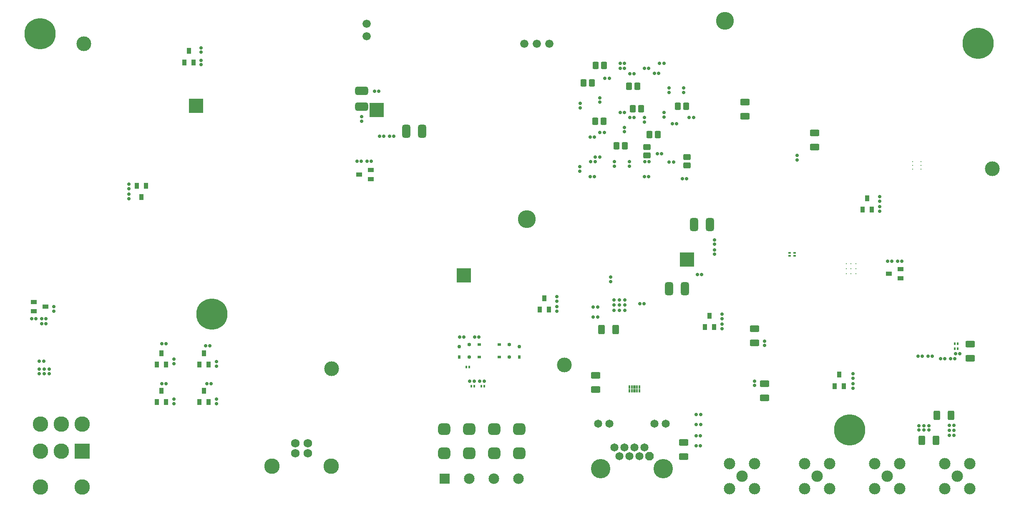
<source format=gbr>
%TF.GenerationSoftware,Altium Limited,Altium Designer,23.11.1 (41)*%
G04 Layer_Color=16711935*
%FSLAX45Y45*%
%MOMM*%
%TF.SameCoordinates,5B37CA9A-06B1-4671-AC7C-9F047A950D05*%
%TF.FilePolarity,Negative*%
%TF.FileFunction,Soldermask,Bot*%
%TF.Part,Single*%
G01*
G75*
%TA.AperFunction,SMDPad,CuDef*%
G04:AMPARAMS|DCode=161|XSize=2.627mm|YSize=1.627mm|CornerRadius=0.3635mm|HoleSize=0mm|Usage=FLASHONLY|Rotation=90.000|XOffset=0mm|YOffset=0mm|HoleType=Round|Shape=RoundedRectangle|*
%AMROUNDEDRECTD161*
21,1,2.62700,0.90000,0,0,90.0*
21,1,1.90000,1.62700,0,0,90.0*
1,1,0.72700,0.45000,0.95000*
1,1,0.72700,0.45000,-0.95000*
1,1,0.72700,-0.45000,-0.95000*
1,1,0.72700,-0.45000,0.95000*
%
%ADD161ROUNDEDRECTD161*%
G04:AMPARAMS|DCode=162|XSize=1.9304mm|YSize=1.3208mm|CornerRadius=0.26645mm|HoleSize=0mm|Usage=FLASHONLY|Rotation=180.000|XOffset=0mm|YOffset=0mm|HoleType=Round|Shape=RoundedRectangle|*
%AMROUNDEDRECTD162*
21,1,1.93040,0.78791,0,0,180.0*
21,1,1.39751,1.32080,0,0,180.0*
1,1,0.53289,-0.69875,0.39395*
1,1,0.53289,0.69875,0.39395*
1,1,0.53289,0.69875,-0.39395*
1,1,0.53289,-0.69875,-0.39395*
%
%ADD162ROUNDEDRECTD162*%
G04:AMPARAMS|DCode=163|XSize=1.524mm|YSize=1.2192mm|CornerRadius=0.26556mm|HoleSize=0mm|Usage=FLASHONLY|Rotation=180.000|XOffset=0mm|YOffset=0mm|HoleType=Round|Shape=RoundedRectangle|*
%AMROUNDEDRECTD163*
21,1,1.52400,0.68809,0,0,180.0*
21,1,0.99289,1.21920,0,0,180.0*
1,1,0.53111,-0.49644,0.34404*
1,1,0.53111,0.49644,0.34404*
1,1,0.53111,0.49644,-0.34404*
1,1,0.53111,-0.49644,-0.34404*
%
%ADD163ROUNDEDRECTD163*%
G04:AMPARAMS|DCode=164|XSize=0.635mm|YSize=0.635mm|CornerRadius=0.2159mm|HoleSize=0mm|Usage=FLASHONLY|Rotation=180.000|XOffset=0mm|YOffset=0mm|HoleType=Round|Shape=RoundedRectangle|*
%AMROUNDEDRECTD164*
21,1,0.63500,0.20320,0,0,180.0*
21,1,0.20320,0.63500,0,0,180.0*
1,1,0.43180,-0.10160,0.10160*
1,1,0.43180,0.10160,0.10160*
1,1,0.43180,0.10160,-0.10160*
1,1,0.43180,-0.10160,-0.10160*
%
%ADD164ROUNDEDRECTD164*%
%ADD165R,0.58420X0.43180*%
G04:AMPARAMS|DCode=167|XSize=1.524mm|YSize=1.2192mm|CornerRadius=0.26556mm|HoleSize=0mm|Usage=FLASHONLY|Rotation=90.000|XOffset=0mm|YOffset=0mm|HoleType=Round|Shape=RoundedRectangle|*
%AMROUNDEDRECTD167*
21,1,1.52400,0.68809,0,0,90.0*
21,1,0.99289,1.21920,0,0,90.0*
1,1,0.53111,0.34404,0.49644*
1,1,0.53111,0.34404,-0.49644*
1,1,0.53111,-0.34404,-0.49644*
1,1,0.53111,-0.34404,0.49644*
%
%ADD167ROUNDEDRECTD167*%
G04:AMPARAMS|DCode=176|XSize=2.627mm|YSize=1.627mm|CornerRadius=0.3635mm|HoleSize=0mm|Usage=FLASHONLY|Rotation=180.000|XOffset=0mm|YOffset=0mm|HoleType=Round|Shape=RoundedRectangle|*
%AMROUNDEDRECTD176*
21,1,2.62700,0.90000,0,0,180.0*
21,1,1.90000,1.62700,0,0,180.0*
1,1,0.72700,-0.95000,0.45000*
1,1,0.72700,0.95000,0.45000*
1,1,0.72700,0.95000,-0.45000*
1,1,0.72700,-0.95000,-0.45000*
%
%ADD176ROUNDEDRECTD176*%
%ADD180R,2.94000X2.94000*%
G04:AMPARAMS|DCode=183|XSize=0.635mm|YSize=0.635mm|CornerRadius=0.2159mm|HoleSize=0mm|Usage=FLASHONLY|Rotation=90.000|XOffset=0mm|YOffset=0mm|HoleType=Round|Shape=RoundedRectangle|*
%AMROUNDEDRECTD183*
21,1,0.63500,0.20320,0,0,90.0*
21,1,0.20320,0.63500,0,0,90.0*
1,1,0.43180,0.10160,0.10160*
1,1,0.43180,0.10160,-0.10160*
1,1,0.43180,-0.10160,-0.10160*
1,1,0.43180,-0.10160,0.10160*
%
%ADD183ROUNDEDRECTD183*%
%ADD186R,0.83820X1.14300*%
%ADD191R,2.94000X2.94000*%
%ADD197R,0.43180X0.58420*%
G04:AMPARAMS|DCode=198|XSize=1.9304mm|YSize=1.3208mm|CornerRadius=0.26645mm|HoleSize=0mm|Usage=FLASHONLY|Rotation=90.000|XOffset=0mm|YOffset=0mm|HoleType=Round|Shape=RoundedRectangle|*
%AMROUNDEDRECTD198*
21,1,1.93040,0.78791,0,0,90.0*
21,1,1.39751,1.32080,0,0,90.0*
1,1,0.53289,0.39395,0.69875*
1,1,0.53289,0.39395,-0.69875*
1,1,0.53289,-0.39395,-0.69875*
1,1,0.53289,-0.39395,0.69875*
%
%ADD198ROUNDEDRECTD198*%
%ADD206R,1.14300X0.83820*%
%ADD207C,3.00000*%
G04:AMPARAMS|DCode=208|XSize=2.4632mm|YSize=2.3632mm|CornerRadius=0.6416mm|HoleSize=0mm|Usage=FLASHONLY|Rotation=180.000|XOffset=0mm|YOffset=0mm|HoleType=Round|Shape=RoundedRectangle|*
%AMROUNDEDRECTD208*
21,1,2.46320,1.08000,0,0,180.0*
21,1,1.18000,2.36320,0,0,180.0*
1,1,1.28320,-0.59000,0.54000*
1,1,1.28320,0.59000,0.54000*
1,1,1.28320,0.59000,-0.54000*
1,1,1.28320,-0.59000,-0.54000*
%
%ADD208ROUNDEDRECTD208*%
G04:AMPARAMS|DCode=229|XSize=0.7424mm|YSize=0.6024mm|CornerRadius=0.1887mm|HoleSize=0mm|Usage=FLASHONLY|Rotation=90.000|XOffset=0mm|YOffset=0mm|HoleType=Round|Shape=RoundedRectangle|*
%AMROUNDEDRECTD229*
21,1,0.74240,0.22500,0,0,90.0*
21,1,0.36500,0.60240,0,0,90.0*
1,1,0.37740,0.11250,0.18250*
1,1,0.37740,0.11250,-0.18250*
1,1,0.37740,-0.11250,-0.18250*
1,1,0.37740,-0.11250,0.18250*
%
%ADD229ROUNDEDRECTD229*%
%ADD230R,0.60240X0.74240*%
%TA.AperFunction,ComponentPad*%
%ADD241C,6.34000*%
%ADD242C,3.62700*%
%ADD243C,2.32700*%
%ADD244C,3.13720*%
%ADD245C,3.14000*%
%ADD246R,3.14000X3.14000*%
%ADD247R,2.14500X2.14500*%
%ADD248C,2.14500*%
%ADD249C,1.74000*%
%ADD250C,0.72700*%
%ADD251C,1.65100*%
G04:AMPARAMS|DCode=252|XSize=1.651mm|YSize=1.651mm|CornerRadius=0mm|HoleSize=0mm|Usage=FLASHONLY|Rotation=0.000|XOffset=0mm|YOffset=0mm|HoleType=Round|Shape=Octagon|*
%AMOCTAGOND252*
4,1,8,0.82550,-0.41275,0.82550,0.41275,0.41275,0.82550,-0.41275,0.82550,-0.82550,0.41275,-0.82550,-0.41275,-0.41275,-0.82550,0.41275,-0.82550,0.82550,-0.41275,0.0*
%
%ADD252OCTAGOND252*%

%ADD253C,3.93700*%
%ADD254C,1.67640*%
%TA.AperFunction,ViaPad*%
%ADD255C,0.30000*%
%TA.AperFunction,SMDPad,CuDef*%
%ADD256R,0.40000X0.65000*%
%ADD257R,0.50000X0.65000*%
G04:AMPARAMS|DCode=258|XSize=0.7424mm|YSize=0.6024mm|CornerRadius=0.1887mm|HoleSize=0mm|Usage=FLASHONLY|Rotation=0.000|XOffset=0mm|YOffset=0mm|HoleType=Round|Shape=RoundedRectangle|*
%AMROUNDEDRECTD258*
21,1,0.74240,0.22500,0,0,0.0*
21,1,0.36500,0.60240,0,0,0.0*
1,1,0.37740,0.18250,-0.11250*
1,1,0.37740,-0.18250,-0.11250*
1,1,0.37740,-0.18250,0.11250*
1,1,0.37740,0.18250,0.11250*
%
%ADD258ROUNDEDRECTD258*%
%ADD259R,0.74240X0.60240*%
D161*
X8288000Y7518400D02*
D03*
X7968000D02*
D03*
X13810001Y5626100D02*
D03*
X14130000D02*
D03*
X13622000Y4318000D02*
D03*
X13302000D02*
D03*
D162*
X14845500Y7823200D02*
D03*
Y8112760D02*
D03*
X16255200Y7485380D02*
D03*
Y7195820D02*
D03*
X11811000Y2557780D02*
D03*
Y2268220D02*
D03*
X13601700Y1198880D02*
D03*
Y909320D02*
D03*
X19414000Y2903220D02*
D03*
Y3192780D02*
D03*
X15036800Y3220720D02*
D03*
Y3510280D02*
D03*
X15239999Y2392680D02*
D03*
Y2103120D02*
D03*
D163*
X13665199Y6823710D02*
D03*
Y6993890D02*
D03*
X12852400Y7026910D02*
D03*
Y7197090D02*
D03*
D164*
X11899976Y8111084D02*
D03*
Y8199984D02*
D03*
X11493500Y6800850D02*
D03*
Y6711950D02*
D03*
X17031837Y2593285D02*
D03*
Y2504385D02*
D03*
Y2390085D02*
D03*
Y2301185D02*
D03*
X812800Y3956050D02*
D03*
Y3867150D02*
D03*
X17576801Y6191250D02*
D03*
Y6102350D02*
D03*
Y5899150D02*
D03*
Y5988050D02*
D03*
X14376401Y3511550D02*
D03*
Y3600450D02*
D03*
Y3803650D02*
D03*
Y3714750D02*
D03*
X11023600Y4159250D02*
D03*
Y4070350D02*
D03*
Y3867150D02*
D03*
Y3956050D02*
D03*
X3804920Y8874850D02*
D03*
Y8963750D02*
D03*
Y9217750D02*
D03*
Y9128850D02*
D03*
X2336800Y6153150D02*
D03*
Y6242050D02*
D03*
Y6356350D02*
D03*
Y6445250D02*
D03*
X723900Y2597150D02*
D03*
Y2686050D02*
D03*
X622300D02*
D03*
Y2597150D02*
D03*
X520700Y2686050D02*
D03*
Y2597150D02*
D03*
X12499975Y6811086D02*
D03*
Y6899986D02*
D03*
X12192000Y6813550D02*
D03*
Y6902450D02*
D03*
X13199974Y7811084D02*
D03*
Y7899984D02*
D03*
X13599973Y8311083D02*
D03*
Y8399983D02*
D03*
X13299977Y8311087D02*
D03*
Y8399987D02*
D03*
X12399975Y7511085D02*
D03*
Y7599985D02*
D03*
X12799974Y7711084D02*
D03*
Y7799984D02*
D03*
X11499977Y8088887D02*
D03*
Y7999987D02*
D03*
X15899600Y7029450D02*
D03*
Y6940550D02*
D03*
X7061200Y7727950D02*
D03*
Y7816850D02*
D03*
X14224001Y5022850D02*
D03*
Y5111750D02*
D03*
Y5226050D02*
D03*
Y5314950D02*
D03*
X4114800Y2838450D02*
D03*
Y2749550D02*
D03*
X3251200Y2889250D02*
D03*
Y2800350D02*
D03*
X4114800Y1987550D02*
D03*
Y2076450D02*
D03*
X3251200D02*
D03*
Y1987550D02*
D03*
X12113377Y4465337D02*
D03*
Y4554237D02*
D03*
X18376410Y1450050D02*
D03*
Y1538950D02*
D03*
X18478011Y1450050D02*
D03*
Y1538950D02*
D03*
X18579610Y1450050D02*
D03*
Y1538950D02*
D03*
X15239999Y3168650D02*
D03*
Y3257550D02*
D03*
X15036800Y2444750D02*
D03*
Y2355850D02*
D03*
D165*
X15849600Y5046980D02*
D03*
Y4991100D02*
D03*
X15748000Y5046980D02*
D03*
Y4991100D02*
D03*
D167*
X12734290Y7975600D02*
D03*
X12564110D02*
D03*
X12404090Y7226300D02*
D03*
X12233910D02*
D03*
X13648689Y8026400D02*
D03*
X13478510D02*
D03*
X12487910Y8432800D02*
D03*
X12658090D02*
D03*
X11735067Y8499983D02*
D03*
X11564887D02*
D03*
X11982450Y8856980D02*
D03*
X11812270D02*
D03*
X11802110Y7721600D02*
D03*
X11972290D02*
D03*
X12901930Y7452360D02*
D03*
X13072110D02*
D03*
D176*
X7061200Y8018800D02*
D03*
Y8338800D02*
D03*
D180*
X7367400Y7951810D02*
D03*
X3699835Y8034840D02*
D03*
X9139300Y4596000D02*
D03*
D183*
X12311075Y7899984D02*
D03*
X12399975D02*
D03*
X11899976Y7499985D02*
D03*
X11988876D02*
D03*
X11804650Y6997700D02*
D03*
X11893550D02*
D03*
X11711076Y6899986D02*
D03*
X11799976D02*
D03*
X13455650Y7670800D02*
D03*
X13366750D02*
D03*
X361950Y3708400D02*
D03*
X450850D02*
D03*
X654050D02*
D03*
X565150D02*
D03*
Y3606800D02*
D03*
X654050D02*
D03*
X6965950Y6908800D02*
D03*
X7054850D02*
D03*
X7258050D02*
D03*
X7169150D02*
D03*
X17938750Y4876800D02*
D03*
X18027650D02*
D03*
X17735550D02*
D03*
X17824451D02*
D03*
X520700Y2844800D02*
D03*
X609600D02*
D03*
X13658850Y6553200D02*
D03*
X13569949D02*
D03*
X13392149Y6896100D02*
D03*
X13303250D02*
D03*
X13711072Y7799984D02*
D03*
X13799973D02*
D03*
X12799974Y8799982D02*
D03*
X12888873D02*
D03*
X13004800Y8699500D02*
D03*
X13093700D02*
D03*
X13111073Y8899982D02*
D03*
X13199974D02*
D03*
X12399977Y8799987D02*
D03*
X12311077D02*
D03*
X11699977Y7399985D02*
D03*
X11788877D02*
D03*
X13061951Y7061200D02*
D03*
X13150850D02*
D03*
X12807950Y6901180D02*
D03*
X12896851D02*
D03*
X12889230Y6601460D02*
D03*
X12800330D02*
D03*
X12503150Y7797800D02*
D03*
X12592050D02*
D03*
X12088876Y8599983D02*
D03*
X11999976D02*
D03*
X12592050Y8686800D02*
D03*
X12503150D02*
D03*
X12399975Y8899982D02*
D03*
X12311075D02*
D03*
X7410450Y8331200D02*
D03*
X7321550D02*
D03*
X7423150Y7416800D02*
D03*
X7512050D02*
D03*
X7626350D02*
D03*
X7715250D02*
D03*
X13874750Y4610100D02*
D03*
X13963651D02*
D03*
X3983990Y3162390D02*
D03*
X3895090D02*
D03*
X3092450Y3200400D02*
D03*
X3003550D02*
D03*
X4006850Y2387600D02*
D03*
X3917950D02*
D03*
X3092450D02*
D03*
X3003550D02*
D03*
X13938251Y1130300D02*
D03*
X13849350D02*
D03*
X13944600Y1564640D02*
D03*
X13855701D02*
D03*
X13944600Y1767840D02*
D03*
X13855701D02*
D03*
X13938251Y1333500D02*
D03*
X13849350D02*
D03*
X11853027Y3950987D02*
D03*
X11764127D02*
D03*
X11853027Y3747787D02*
D03*
X11764127D02*
D03*
X12706350Y4013200D02*
D03*
X12795250D02*
D03*
X18556750Y2946400D02*
D03*
X18645650D02*
D03*
X18442450D02*
D03*
X18353551D02*
D03*
X18899651Y2895600D02*
D03*
X18810750D02*
D03*
X19013950D02*
D03*
X19102850D02*
D03*
X18992360Y1342100D02*
D03*
X19081261D02*
D03*
X18992360Y1545300D02*
D03*
X19081261D02*
D03*
X18992360Y1443700D02*
D03*
X19081261D02*
D03*
X19115550Y2997200D02*
D03*
X19204449D02*
D03*
X9353550Y3340100D02*
D03*
X9442450D02*
D03*
X9137650D02*
D03*
X9048750D02*
D03*
X9461500Y2438400D02*
D03*
X9550400D02*
D03*
X9258300D02*
D03*
X9347200D02*
D03*
X11788877Y6599987D02*
D03*
X11699977D02*
D03*
D186*
X16754977Y2576865D02*
D03*
X16848958Y2343185D02*
D03*
X16660999D02*
D03*
X17322800Y6162040D02*
D03*
X17416780Y5928360D02*
D03*
X17228819D02*
D03*
X14122400Y3774440D02*
D03*
X14216380Y3540760D02*
D03*
X14028419D02*
D03*
X10675620Y3896360D02*
D03*
X10769600Y4130040D02*
D03*
X10863580Y3896360D02*
D03*
X3558540Y9152980D02*
D03*
X3652520Y8919300D02*
D03*
X3464560D02*
D03*
X2590800Y6182360D02*
D03*
X2496820Y6416040D02*
D03*
X2684780D02*
D03*
X3860800Y3012440D02*
D03*
X3954780Y2778760D02*
D03*
X3766820D02*
D03*
X2903220D02*
D03*
X2997200Y3012440D02*
D03*
X3091180Y2778760D02*
D03*
X3766820Y2016760D02*
D03*
X3860800Y2250440D02*
D03*
X3954780Y2016760D02*
D03*
X2903220D02*
D03*
X2997200Y2250440D02*
D03*
X3091180Y2016760D02*
D03*
D191*
X13665199Y4914900D02*
D03*
D197*
X19104120Y3098800D02*
D03*
X19160001D02*
D03*
X19104120Y3200400D02*
D03*
X19160001D02*
D03*
X9189720Y2730500D02*
D03*
X9245600D02*
D03*
X9494520Y2336800D02*
D03*
X9550400D02*
D03*
X9347200D02*
D03*
X9291320D02*
D03*
D198*
X12220057Y3493787D02*
D03*
X11930497D02*
D03*
X18434830Y1240500D02*
D03*
X18724390D02*
D03*
X19029190Y1748500D02*
D03*
X18739630D02*
D03*
D206*
X640080Y3954780D02*
D03*
X406400Y3860800D02*
D03*
Y4048760D02*
D03*
X7014210Y6642100D02*
D03*
X7247890Y6736080D02*
D03*
Y6548120D02*
D03*
X17764760Y4622800D02*
D03*
X17998441Y4716780D02*
D03*
Y4528820D02*
D03*
D207*
X1422400Y9296400D02*
D03*
X11176000Y2768600D02*
D03*
X6451600Y2692400D02*
D03*
X19862801Y6756400D02*
D03*
D208*
X10261600Y1464200D02*
D03*
Y974200D02*
D03*
X9753600Y1464200D02*
D03*
Y974200D02*
D03*
X9245600Y1464200D02*
D03*
Y974200D02*
D03*
X8737600Y1464200D02*
D03*
Y974200D02*
D03*
D229*
X9042400Y3140300D02*
D03*
X10261600D02*
D03*
D230*
X9042400Y2930300D02*
D03*
X10261600D02*
D03*
D241*
X16967200Y1447800D02*
D03*
X19574646Y9311709D02*
D03*
X533400Y9499600D02*
D03*
X4025798Y3806550D02*
D03*
D242*
X14438298Y9761666D02*
D03*
X10418298Y5731666D02*
D03*
D243*
X19151601Y507200D02*
D03*
X19405600Y761200D02*
D03*
Y253200D02*
D03*
X18897600D02*
D03*
Y761200D02*
D03*
X17729201Y508000D02*
D03*
X17983200Y762000D02*
D03*
Y254000D02*
D03*
X17475200D02*
D03*
Y762000D02*
D03*
X16306799Y508000D02*
D03*
X16560800Y762000D02*
D03*
Y254000D02*
D03*
X16052800D02*
D03*
Y762000D02*
D03*
X14782800Y508000D02*
D03*
X15036800Y762000D02*
D03*
Y254000D02*
D03*
X14528799D02*
D03*
Y762000D02*
D03*
D244*
X1385200Y287050D02*
D03*
X545200D02*
D03*
D245*
Y1017050D02*
D03*
X965200D02*
D03*
X545200Y1567050D02*
D03*
X965200D02*
D03*
X1385200D02*
D03*
X5240000Y711200D02*
D03*
X6444000D02*
D03*
D246*
X1385200Y1017050D02*
D03*
D247*
X8749600Y457200D02*
D03*
D248*
X9249600D02*
D03*
X9749600D02*
D03*
X10249600D02*
D03*
D249*
X5967000Y1181200D02*
D03*
X5717000D02*
D03*
X5967000Y981200D02*
D03*
X5717000D02*
D03*
D250*
X12400600Y4095600D02*
D03*
Y3988600D02*
D03*
Y3881600D02*
D03*
X12293600Y4095600D02*
D03*
Y3988600D02*
D03*
Y3881600D02*
D03*
X12186600Y4095600D02*
D03*
Y3988600D02*
D03*
Y3881600D02*
D03*
D251*
X13004800Y1574800D02*
D03*
X12090400D02*
D03*
X13233400D02*
D03*
X12192000Y1092200D02*
D03*
X12395200D02*
D03*
X12598400D02*
D03*
X12801601D02*
D03*
X12293600Y914400D02*
D03*
X12496800D02*
D03*
X12700000D02*
D03*
X11861800Y1574800D02*
D03*
D252*
X12903200Y914400D02*
D03*
D253*
X11912600Y660400D02*
D03*
X13182600D02*
D03*
D254*
X7162800Y9702800D02*
D03*
Y9448800D02*
D03*
X10871200Y9296400D02*
D03*
X10363200D02*
D03*
X10617200D02*
D03*
D255*
X18416400Y6751400D02*
D03*
Y6829400D02*
D03*
Y6907400D02*
D03*
X18244400D02*
D03*
Y6829400D02*
D03*
Y6751400D02*
D03*
X17097539Y4627652D02*
D03*
X16997539D02*
D03*
Y4827652D02*
D03*
X16897539D02*
D03*
Y4627652D02*
D03*
Y4727652D02*
D03*
X16997539D02*
D03*
X17097539Y4827652D02*
D03*
Y4727652D02*
D03*
D256*
X12698400Y2247500D02*
D03*
X12648400D02*
D03*
X12548400D02*
D03*
X12498400D02*
D03*
X12698400Y2324500D02*
D03*
X12648400D02*
D03*
X12548400D02*
D03*
X12498400D02*
D03*
D257*
X12598400Y2247500D02*
D03*
Y2324500D02*
D03*
D258*
X9242200Y2933700D02*
D03*
Y3187700D02*
D03*
X10061800Y2933700D02*
D03*
Y3187700D02*
D03*
D259*
X9452200Y2933700D02*
D03*
Y3187700D02*
D03*
X9851800Y2933700D02*
D03*
Y3187700D02*
D03*
%TF.MD5,96889c33a36eea502c7e5c5752b11415*%
M02*

</source>
